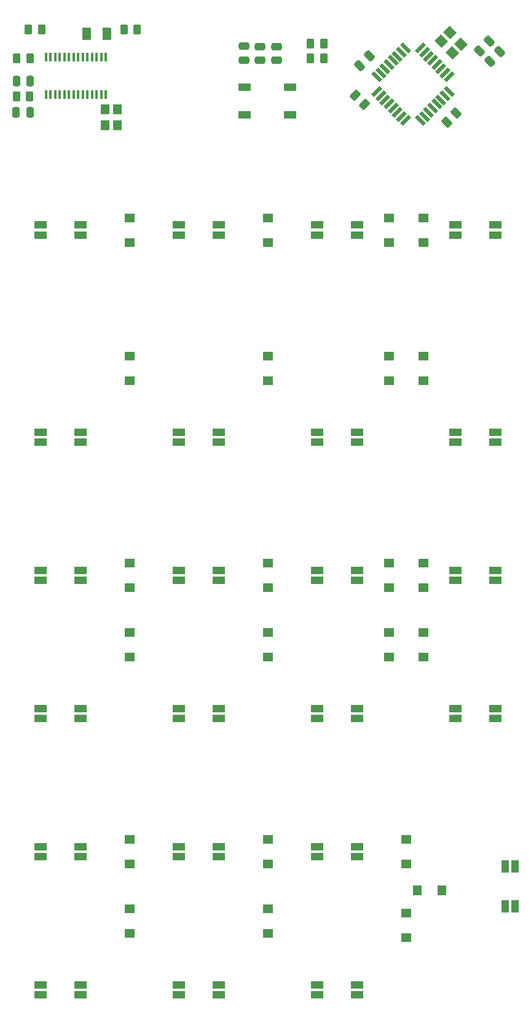
<source format=gbr>
%TF.GenerationSoftware,KiCad,Pcbnew,(6.99.0-222-g367431f825)*%
%TF.CreationDate,2022-01-14T00:46:19+01:00*%
%TF.ProjectId,usbhub-macropad,75736268-7562-42d6-9d61-63726f706164,rev?*%
%TF.SameCoordinates,Original*%
%TF.FileFunction,Paste,Bot*%
%TF.FilePolarity,Positive*%
%FSLAX46Y46*%
G04 Gerber Fmt 4.6, Leading zero omitted, Abs format (unit mm)*
G04 Created by KiCad (PCBNEW (6.99.0-222-g367431f825)) date 2022-01-14 00:46:19*
%MOMM*%
%LPD*%
G01*
G04 APERTURE LIST*
G04 Aperture macros list*
%AMRoundRect*
0 Rectangle with rounded corners*
0 $1 Rounding radius*
0 $2 $3 $4 $5 $6 $7 $8 $9 X,Y pos of 4 corners*
0 Add a 4 corners polygon primitive as box body*
4,1,4,$2,$3,$4,$5,$6,$7,$8,$9,$2,$3,0*
0 Add four circle primitives for the rounded corners*
1,1,$1+$1,$2,$3*
1,1,$1+$1,$4,$5*
1,1,$1+$1,$6,$7*
1,1,$1+$1,$8,$9*
0 Add four rect primitives between the rounded corners*
20,1,$1+$1,$2,$3,$4,$5,0*
20,1,$1+$1,$4,$5,$6,$7,0*
20,1,$1+$1,$6,$7,$8,$9,0*
20,1,$1+$1,$8,$9,$2,$3,0*%
%AMRotRect*
0 Rectangle, with rotation*
0 The origin of the aperture is its center*
0 $1 length*
0 $2 width*
0 $3 Rotation angle, in degrees counterclockwise*
0 Add horizontal line*
21,1,$1,$2,0,0,$3*%
G04 Aperture macros list end*
%ADD10R,0.400000X1.200000*%
%ADD11RoundRect,0.250000X-0.375000X-0.625000X0.375000X-0.625000X0.375000X0.625000X-0.375000X0.625000X0*%
%ADD12RoundRect,0.250000X-0.475000X0.250000X-0.475000X-0.250000X0.475000X-0.250000X0.475000X0.250000X0*%
%ADD13R,1.400000X1.200000*%
%ADD14R,1.200000X1.400000*%
%ADD15R,1.700000X1.000000*%
%ADD16R,1.000000X1.700000*%
%ADD17RoundRect,0.249998X0.262502X0.450002X-0.262502X0.450002X-0.262502X-0.450002X0.262502X-0.450002X0*%
%ADD18RoundRect,0.249998X-0.262502X-0.450002X0.262502X-0.450002X0.262502X0.450002X-0.262502X0.450002X0*%
%ADD19RoundRect,0.250000X0.159099X-0.512652X0.512652X-0.159099X-0.159099X0.512652X-0.512652X0.159099X0*%
%ADD20RoundRect,0.249998X-0.132583X0.503816X-0.503816X0.132583X0.132583X-0.503816X0.503816X-0.132583X0*%
%ADD21RotRect,1.400000X1.200000X315.000000*%
%ADD22RoundRect,0.250000X-0.250000X-0.475000X0.250000X-0.475000X0.250000X0.475000X-0.250000X0.475000X0*%
%ADD23RoundRect,0.249998X-0.503816X-0.132583X-0.132583X-0.503816X0.503816X0.132583X0.132583X0.503816X0*%
%ADD24RotRect,1.600000X0.550000X225.000000*%
%ADD25RotRect,1.600000X0.550000X135.000000*%
G04 APERTURE END LIST*
D10*
%TO.C,U1*%
X115927500Y-37820000D03*
X115292500Y-37820000D03*
X114657500Y-37820000D03*
X114022500Y-37820000D03*
X113387500Y-37820000D03*
X112752500Y-37820000D03*
X112117500Y-37820000D03*
X111482500Y-37820000D03*
X110847500Y-37820000D03*
X110212500Y-37820000D03*
X109577500Y-37820000D03*
X108942500Y-37820000D03*
X108307500Y-37820000D03*
X107672500Y-37820000D03*
X107672500Y-32620000D03*
X108307500Y-32620000D03*
X108942500Y-32620000D03*
X109577500Y-32620000D03*
X110212500Y-32620000D03*
X110847500Y-32620000D03*
X111482500Y-32620000D03*
X112117500Y-32620000D03*
X112752500Y-32620000D03*
X113387500Y-32620000D03*
X114022500Y-32620000D03*
X114657500Y-32620000D03*
X115292500Y-32620000D03*
X115927500Y-32620000D03*
%TD*%
D11*
%TO.C,F1*%
X113280000Y-29415000D03*
X116080000Y-29415000D03*
%TD*%
D12*
%TO.C,C6*%
X139420000Y-31190000D03*
X139420000Y-33090000D03*
%TD*%
%TO.C,C7*%
X134980000Y-31170000D03*
X134980000Y-33070000D03*
%TD*%
D13*
%TO.C,D0\u002C0*%
X119205000Y-58202500D03*
X119205000Y-54802500D03*
%TD*%
%TO.C,D0\u002C3*%
X159686250Y-58202500D03*
X159686250Y-54802500D03*
%TD*%
%TO.C,D0\u002C2*%
X154923750Y-58202500D03*
X154923750Y-54802500D03*
%TD*%
%TO.C,D0\u002C1*%
X138255000Y-58202500D03*
X138255000Y-54802500D03*
%TD*%
%TO.C,D1\u002C3*%
X159686250Y-73852500D03*
X159686250Y-77252500D03*
%TD*%
%TO.C,D1\u002C1*%
X138255000Y-73852500D03*
X138255000Y-77252500D03*
%TD*%
%TO.C,D1\u002C0*%
X119205000Y-73852500D03*
X119205000Y-77252500D03*
%TD*%
%TO.C,D2\u002C3*%
X159686250Y-105827500D03*
X159686250Y-102427500D03*
%TD*%
%TO.C,D2\u002C1*%
X138255000Y-105827500D03*
X138255000Y-102427500D03*
%TD*%
%TO.C,D2\u002C0*%
X119205000Y-105827500D03*
X119205000Y-102427500D03*
%TD*%
%TO.C,D2\u002C2*%
X154923750Y-105827500D03*
X154923750Y-102427500D03*
%TD*%
%TO.C,D3\u002C0*%
X119205000Y-111952500D03*
X119205000Y-115352500D03*
%TD*%
%TO.C,D3\u002C3*%
X159686250Y-111952500D03*
X159686250Y-115352500D03*
%TD*%
%TO.C,D3\u002C2*%
X154923750Y-111952500D03*
X154923750Y-115352500D03*
%TD*%
%TO.C,D3\u002C1*%
X138255000Y-111952500D03*
X138255000Y-115352500D03*
%TD*%
%TO.C,D4\u002C1*%
X138255000Y-143927500D03*
X138255000Y-140527500D03*
%TD*%
%TO.C,D4\u002C2*%
X157305000Y-143927500D03*
X157305000Y-140527500D03*
%TD*%
D14*
%TO.C,D4\u002C3*%
X158840000Y-147560000D03*
X162240000Y-147560000D03*
%TD*%
D13*
%TO.C,D5\u002C0*%
X119205000Y-150052500D03*
X119205000Y-153452500D03*
%TD*%
%TO.C,D5\u002C1*%
X138255000Y-150052500D03*
X138255000Y-153452500D03*
%TD*%
%TO.C,D5\u002C2*%
X157310000Y-150680000D03*
X157310000Y-154080000D03*
%TD*%
D15*
%TO.C,LED0\u002C0*%
X106930000Y-55802500D03*
X106930000Y-57202500D03*
X112430000Y-57202500D03*
X112430000Y-55802500D03*
%TD*%
%TO.C,LED0\u002C1*%
X125980000Y-55802500D03*
X125980000Y-57202500D03*
X131480000Y-57202500D03*
X131480000Y-55802500D03*
%TD*%
%TO.C,LED0\u002C2*%
X145030000Y-55802500D03*
X145030000Y-57202500D03*
X150530000Y-57202500D03*
X150530000Y-55802500D03*
%TD*%
%TO.C,LED0\u002C3*%
X164080000Y-55802500D03*
X164080000Y-57202500D03*
X169580000Y-57202500D03*
X169580000Y-55802500D03*
%TD*%
%TO.C,LED1\u002C0*%
X112430000Y-85777500D03*
X112430000Y-84377500D03*
X106930000Y-84377500D03*
X106930000Y-85777500D03*
%TD*%
%TO.C,LED1\u002C1*%
X131480000Y-85777500D03*
X131480000Y-84377500D03*
X125980000Y-84377500D03*
X125980000Y-85777500D03*
%TD*%
%TO.C,LED1\u002C2*%
X150530000Y-85777500D03*
X150530000Y-84377500D03*
X145030000Y-84377500D03*
X145030000Y-85777500D03*
%TD*%
%TO.C,LED2\u002C0*%
X164080000Y-103427500D03*
X164080000Y-104827500D03*
X169580000Y-104827500D03*
X169580000Y-103427500D03*
%TD*%
%TO.C,LED2\u002C1*%
X145030000Y-103427500D03*
X145030000Y-104827500D03*
X150530000Y-104827500D03*
X150530000Y-103427500D03*
%TD*%
%TO.C,LED2\u002C2*%
X125980000Y-103427500D03*
X125980000Y-104827500D03*
X131480000Y-104827500D03*
X131480000Y-103427500D03*
%TD*%
%TO.C,LED2\u002C3*%
X106930000Y-103427500D03*
X106930000Y-104827500D03*
X112430000Y-104827500D03*
X112430000Y-103427500D03*
%TD*%
%TO.C,LED3\u002C3*%
X169580000Y-123877500D03*
X169580000Y-122477500D03*
X164080000Y-122477500D03*
X164080000Y-123877500D03*
%TD*%
%TO.C,LED3\u002C0*%
X112430000Y-123877500D03*
X112430000Y-122477500D03*
X106930000Y-122477500D03*
X106930000Y-123877500D03*
%TD*%
%TO.C,LED3\u002C1*%
X131480000Y-123877500D03*
X131480000Y-122477500D03*
X125980000Y-122477500D03*
X125980000Y-123877500D03*
%TD*%
%TO.C,LED3\u002C2*%
X150530000Y-123877500D03*
X150530000Y-122477500D03*
X145030000Y-122477500D03*
X145030000Y-123877500D03*
%TD*%
D16*
%TO.C,LED4\u002C0*%
X170892500Y-149740000D03*
X172292500Y-149740000D03*
X172292500Y-144240000D03*
X170892500Y-144240000D03*
%TD*%
D15*
%TO.C,LED4\u002C1*%
X145030000Y-141527500D03*
X145030000Y-142927500D03*
X150530000Y-142927500D03*
X150530000Y-141527500D03*
%TD*%
%TO.C,LED4\u002C2*%
X125980000Y-141527500D03*
X125980000Y-142927500D03*
X131480000Y-142927500D03*
X131480000Y-141527500D03*
%TD*%
%TO.C,LED4\u002C3*%
X106930000Y-141527500D03*
X106930000Y-142927500D03*
X112430000Y-142927500D03*
X112430000Y-141527500D03*
%TD*%
%TO.C,LED5\u002C0*%
X112430000Y-161977500D03*
X112430000Y-160577500D03*
X106930000Y-160577500D03*
X106930000Y-161977500D03*
%TD*%
%TO.C,LED5\u002C1*%
X131480000Y-161977500D03*
X131480000Y-160577500D03*
X125980000Y-160577500D03*
X125980000Y-161977500D03*
%TD*%
%TO.C,LED5\u002C2*%
X150530000Y-161977500D03*
X150530000Y-160577500D03*
X145030000Y-160577500D03*
X145030000Y-161977500D03*
%TD*%
D17*
%TO.C,R2*%
X105442500Y-38040000D03*
X103617500Y-38040000D03*
%TD*%
D18*
%TO.C,R3*%
X118407500Y-28810000D03*
X120232500Y-28810000D03*
%TD*%
D17*
%TO.C,R4*%
X107092500Y-28850000D03*
X105267500Y-28850000D03*
%TD*%
D15*
%TO.C,SW1*%
X141330000Y-36790000D03*
X135030000Y-36790000D03*
X141330000Y-40590000D03*
X135030000Y-40590000D03*
%TD*%
D12*
%TO.C,C5*%
X137180000Y-31180000D03*
X137180000Y-33080000D03*
%TD*%
D15*
%TO.C,LED1\u002C3*%
X169580000Y-85777500D03*
X169580000Y-84377500D03*
X164080000Y-84377500D03*
X164080000Y-85777500D03*
%TD*%
D19*
%TO.C,C3*%
X167368249Y-31801751D03*
X168711751Y-30458249D03*
%TD*%
%TO.C,C4*%
X168818249Y-33251751D03*
X170161751Y-31908249D03*
%TD*%
D18*
%TO.C,R8*%
X144107500Y-30810000D03*
X145932500Y-30810000D03*
%TD*%
D20*
%TO.C,R10*%
X164150000Y-40330000D03*
X162859530Y-41620470D03*
%TD*%
D21*
%TO.C,Y2*%
X163293223Y-29281142D03*
X164848858Y-30836777D03*
X163646777Y-32038858D03*
X162091142Y-30483223D03*
%TD*%
D13*
%TO.C,D1\u002C2*%
X154923750Y-73852500D03*
X154923750Y-77252500D03*
%TD*%
%TO.C,D4\u002C0*%
X119205000Y-143927500D03*
X119205000Y-140527500D03*
%TD*%
D22*
%TO.C,C1*%
X103580000Y-40240000D03*
X105480000Y-40240000D03*
%TD*%
D19*
%TO.C,C8*%
X150868249Y-33861751D03*
X152211751Y-32518249D03*
%TD*%
D23*
%TO.C,R9*%
X150254765Y-37884765D03*
X151545235Y-39175235D03*
%TD*%
D24*
%TO.C,U2*%
X159245305Y-31424897D03*
X159810990Y-31990583D03*
X160376676Y-32556268D03*
X160942361Y-33121953D03*
X161508047Y-33687639D03*
X162073732Y-34253324D03*
X162639417Y-34819010D03*
X163205103Y-35384695D03*
D25*
X163205103Y-37435305D03*
X162639417Y-38000990D03*
X162073732Y-38566676D03*
X161508047Y-39132361D03*
X160942361Y-39698047D03*
X160376676Y-40263732D03*
X159810990Y-40829417D03*
X159245305Y-41395103D03*
D24*
X157194695Y-41395103D03*
X156629010Y-40829417D03*
X156063324Y-40263732D03*
X155497639Y-39698047D03*
X154931953Y-39132361D03*
X154366268Y-38566676D03*
X153800583Y-38000990D03*
X153234897Y-37435305D03*
D25*
X153234897Y-35384695D03*
X153800583Y-34819010D03*
X154366268Y-34253324D03*
X154931953Y-33687639D03*
X155497639Y-33121953D03*
X156063324Y-32556268D03*
X156629010Y-31990583D03*
X157194695Y-31424897D03*
%TD*%
D22*
%TO.C,C2*%
X103590000Y-35990000D03*
X105490000Y-35990000D03*
%TD*%
D17*
%TO.C,R1*%
X105452500Y-32860000D03*
X103627500Y-32860000D03*
%TD*%
%TO.C,R7*%
X145932500Y-32850000D03*
X144107500Y-32850000D03*
%TD*%
D14*
%TO.C,Y1*%
X117480000Y-39840000D03*
X117480000Y-42040000D03*
X115780000Y-42040000D03*
X115780000Y-39840000D03*
%TD*%
M02*

</source>
